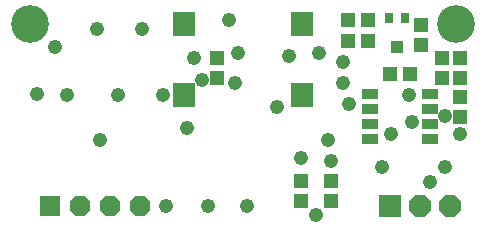
<source format=gbs>
G75*
G70*
%OFA0B0*%
%FSLAX24Y24*%
%IPPOS*%
%LPD*%
%AMOC8*
5,1,8,0,0,1.08239X$1,22.5*
%
%ADD10C,0.1261*%
%ADD11R,0.0769X0.0789*%
%ADD12R,0.0580X0.0330*%
%ADD13R,0.0474X0.0513*%
%ADD14R,0.0513X0.0474*%
%ADD15R,0.0434X0.0434*%
%ADD16R,0.0316X0.0356*%
%ADD17R,0.0740X0.0740*%
%ADD18OC8,0.0740*%
%ADD19R,0.0674X0.0674*%
%ADD20OC8,0.0674*%
%ADD21C,0.0476*%
D10*
X005677Y010165D03*
X019851Y010165D03*
D11*
X014733Y010165D03*
X014733Y007803D03*
X010796Y007803D03*
X010796Y010165D03*
D12*
X016990Y007828D03*
X016990Y007328D03*
X016990Y006828D03*
X016990Y006328D03*
X018990Y006328D03*
X018990Y006828D03*
X018990Y007328D03*
X018990Y007828D03*
D13*
X019390Y008344D03*
X019990Y008344D03*
X019990Y007713D03*
X019990Y007044D03*
X019990Y009013D03*
X019390Y009013D03*
X018690Y009444D03*
X018690Y010113D03*
X011890Y009013D03*
X011890Y008344D03*
X014690Y004913D03*
X015690Y004913D03*
X015690Y004244D03*
X014690Y004244D03*
D14*
X017655Y008478D03*
X018325Y008478D03*
X016925Y009578D03*
X016255Y009578D03*
X016255Y010278D03*
X016925Y010278D03*
D15*
X017890Y009406D03*
D16*
X017634Y010351D03*
X018146Y010351D03*
D17*
X017670Y004078D03*
D18*
X018670Y004078D03*
X019670Y004078D03*
D19*
X006343Y004078D03*
D20*
X007343Y004078D03*
X008343Y004078D03*
X009343Y004078D03*
D21*
X010190Y004078D03*
X011590Y004078D03*
X012890Y004078D03*
X015190Y003778D03*
X017390Y005378D03*
X018990Y004878D03*
X019490Y005378D03*
X019990Y006478D03*
X019490Y007078D03*
X018390Y006878D03*
X017690Y006478D03*
X016290Y007478D03*
X016090Y008178D03*
X016090Y008878D03*
X015290Y009178D03*
X014290Y009078D03*
X012590Y009178D03*
X011131Y009017D03*
X011390Y008278D03*
X012490Y008178D03*
X013890Y007378D03*
X015590Y006278D03*
X015690Y005578D03*
X014690Y005678D03*
X018290Y007778D03*
X012290Y010278D03*
X009390Y009978D03*
X007890Y009978D03*
X006490Y009378D03*
X006890Y007778D03*
X005890Y007828D03*
X007990Y006278D03*
X008590Y007778D03*
X010090Y007778D03*
X010890Y006678D03*
M02*

</source>
